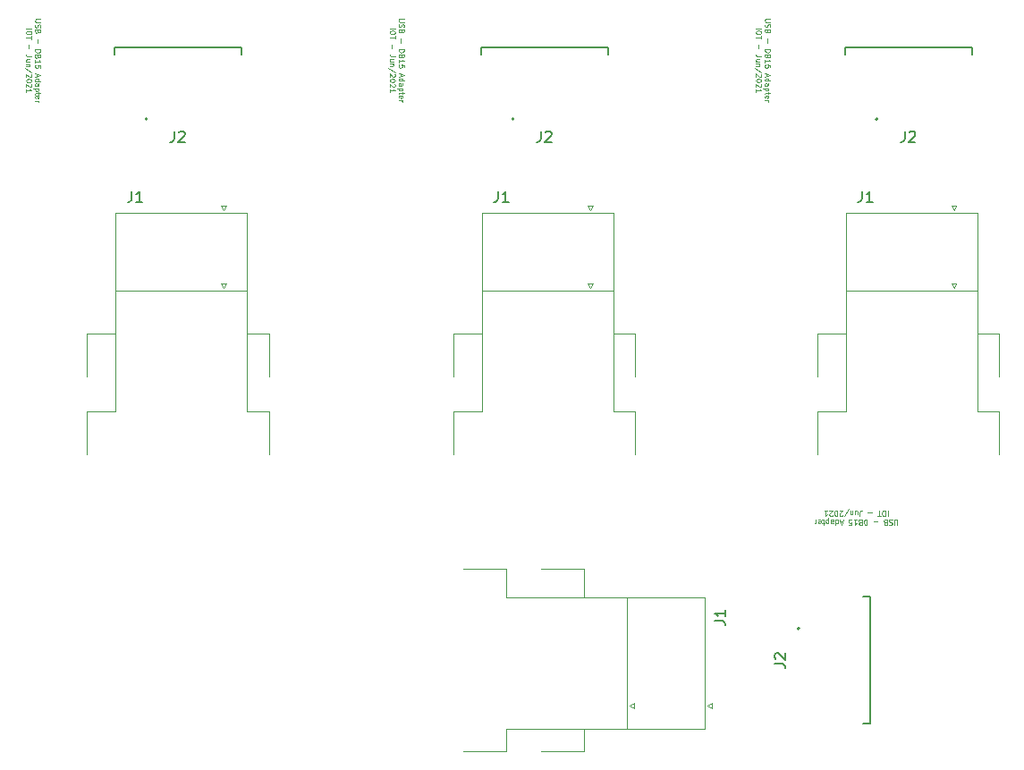
<source format=gbr>
G04 #@! TF.GenerationSoftware,KiCad,Pcbnew,5.1.9-73d0e3b20d~88~ubuntu20.04.1*
G04 #@! TF.CreationDate,2021-06-09T12:04:27-03:00*
G04 #@! TF.ProjectId,adaptador_db15_usb,61646170-7461-4646-9f72-5f646231355f,rev?*
G04 #@! TF.SameCoordinates,Original*
G04 #@! TF.FileFunction,Legend,Top*
G04 #@! TF.FilePolarity,Positive*
%FSLAX46Y46*%
G04 Gerber Fmt 4.6, Leading zero omitted, Abs format (unit mm)*
G04 Created by KiCad (PCBNEW 5.1.9-73d0e3b20d~88~ubuntu20.04.1) date 2021-06-09 12:04:27*
%MOMM*%
%LPD*%
G01*
G04 APERTURE LIST*
%ADD10C,0.100000*%
%ADD11C,0.127000*%
%ADD12C,0.200000*%
%ADD13C,0.120000*%
%ADD14C,0.150000*%
G04 APERTURE END LIST*
D10*
X193812857Y-105258809D02*
X193812857Y-104854047D01*
X193789047Y-104806428D01*
X193765238Y-104782619D01*
X193717619Y-104758809D01*
X193622380Y-104758809D01*
X193574761Y-104782619D01*
X193550952Y-104806428D01*
X193527142Y-104854047D01*
X193527142Y-105258809D01*
X193312857Y-104782619D02*
X193241428Y-104758809D01*
X193122380Y-104758809D01*
X193074761Y-104782619D01*
X193050952Y-104806428D01*
X193027142Y-104854047D01*
X193027142Y-104901666D01*
X193050952Y-104949285D01*
X193074761Y-104973095D01*
X193122380Y-104996904D01*
X193217619Y-105020714D01*
X193265238Y-105044523D01*
X193289047Y-105068333D01*
X193312857Y-105115952D01*
X193312857Y-105163571D01*
X193289047Y-105211190D01*
X193265238Y-105235000D01*
X193217619Y-105258809D01*
X193098571Y-105258809D01*
X193027142Y-105235000D01*
X192646190Y-105020714D02*
X192574761Y-104996904D01*
X192550952Y-104973095D01*
X192527142Y-104925476D01*
X192527142Y-104854047D01*
X192550952Y-104806428D01*
X192574761Y-104782619D01*
X192622380Y-104758809D01*
X192812857Y-104758809D01*
X192812857Y-105258809D01*
X192646190Y-105258809D01*
X192598571Y-105235000D01*
X192574761Y-105211190D01*
X192550952Y-105163571D01*
X192550952Y-105115952D01*
X192574761Y-105068333D01*
X192598571Y-105044523D01*
X192646190Y-105020714D01*
X192812857Y-105020714D01*
X191931904Y-104949285D02*
X191550952Y-104949285D01*
X190931904Y-104758809D02*
X190931904Y-105258809D01*
X190812857Y-105258809D01*
X190741428Y-105235000D01*
X190693809Y-105187380D01*
X190670000Y-105139761D01*
X190646190Y-105044523D01*
X190646190Y-104973095D01*
X190670000Y-104877857D01*
X190693809Y-104830238D01*
X190741428Y-104782619D01*
X190812857Y-104758809D01*
X190931904Y-104758809D01*
X190265238Y-105020714D02*
X190193809Y-104996904D01*
X190170000Y-104973095D01*
X190146190Y-104925476D01*
X190146190Y-104854047D01*
X190170000Y-104806428D01*
X190193809Y-104782619D01*
X190241428Y-104758809D01*
X190431904Y-104758809D01*
X190431904Y-105258809D01*
X190265238Y-105258809D01*
X190217619Y-105235000D01*
X190193809Y-105211190D01*
X190170000Y-105163571D01*
X190170000Y-105115952D01*
X190193809Y-105068333D01*
X190217619Y-105044523D01*
X190265238Y-105020714D01*
X190431904Y-105020714D01*
X189670000Y-104758809D02*
X189955714Y-104758809D01*
X189812857Y-104758809D02*
X189812857Y-105258809D01*
X189860476Y-105187380D01*
X189908095Y-105139761D01*
X189955714Y-105115952D01*
X189217619Y-105258809D02*
X189455714Y-105258809D01*
X189479523Y-105020714D01*
X189455714Y-105044523D01*
X189408095Y-105068333D01*
X189289047Y-105068333D01*
X189241428Y-105044523D01*
X189217619Y-105020714D01*
X189193809Y-104973095D01*
X189193809Y-104854047D01*
X189217619Y-104806428D01*
X189241428Y-104782619D01*
X189289047Y-104758809D01*
X189408095Y-104758809D01*
X189455714Y-104782619D01*
X189479523Y-104806428D01*
X188622380Y-104901666D02*
X188384285Y-104901666D01*
X188670000Y-104758809D02*
X188503333Y-105258809D01*
X188336666Y-104758809D01*
X187955714Y-104758809D02*
X187955714Y-105258809D01*
X187955714Y-104782619D02*
X188003333Y-104758809D01*
X188098571Y-104758809D01*
X188146190Y-104782619D01*
X188170000Y-104806428D01*
X188193809Y-104854047D01*
X188193809Y-104996904D01*
X188170000Y-105044523D01*
X188146190Y-105068333D01*
X188098571Y-105092142D01*
X188003333Y-105092142D01*
X187955714Y-105068333D01*
X187503333Y-104758809D02*
X187503333Y-105020714D01*
X187527142Y-105068333D01*
X187574761Y-105092142D01*
X187670000Y-105092142D01*
X187717619Y-105068333D01*
X187503333Y-104782619D02*
X187550952Y-104758809D01*
X187670000Y-104758809D01*
X187717619Y-104782619D01*
X187741428Y-104830238D01*
X187741428Y-104877857D01*
X187717619Y-104925476D01*
X187670000Y-104949285D01*
X187550952Y-104949285D01*
X187503333Y-104973095D01*
X187265238Y-105092142D02*
X187265238Y-104592142D01*
X187265238Y-105068333D02*
X187217619Y-105092142D01*
X187122380Y-105092142D01*
X187074761Y-105068333D01*
X187050952Y-105044523D01*
X187027142Y-104996904D01*
X187027142Y-104854047D01*
X187050952Y-104806428D01*
X187074761Y-104782619D01*
X187122380Y-104758809D01*
X187217619Y-104758809D01*
X187265238Y-104782619D01*
X186884285Y-105092142D02*
X186693809Y-105092142D01*
X186812857Y-105258809D02*
X186812857Y-104830238D01*
X186789047Y-104782619D01*
X186741428Y-104758809D01*
X186693809Y-104758809D01*
X186336666Y-104782619D02*
X186384285Y-104758809D01*
X186479523Y-104758809D01*
X186527142Y-104782619D01*
X186550952Y-104830238D01*
X186550952Y-105020714D01*
X186527142Y-105068333D01*
X186479523Y-105092142D01*
X186384285Y-105092142D01*
X186336666Y-105068333D01*
X186312857Y-105020714D01*
X186312857Y-104973095D01*
X186550952Y-104925476D01*
X186098571Y-104758809D02*
X186098571Y-105092142D01*
X186098571Y-104996904D02*
X186074761Y-105044523D01*
X186050952Y-105068333D01*
X186003333Y-105092142D01*
X185955714Y-105092142D01*
X192920000Y-103908809D02*
X192920000Y-104408809D01*
X192586666Y-104408809D02*
X192491428Y-104408809D01*
X192443809Y-104385000D01*
X192396190Y-104337380D01*
X192372380Y-104242142D01*
X192372380Y-104075476D01*
X192396190Y-103980238D01*
X192443809Y-103932619D01*
X192491428Y-103908809D01*
X192586666Y-103908809D01*
X192634285Y-103932619D01*
X192681904Y-103980238D01*
X192705714Y-104075476D01*
X192705714Y-104242142D01*
X192681904Y-104337380D01*
X192634285Y-104385000D01*
X192586666Y-104408809D01*
X192229523Y-104408809D02*
X191943809Y-104408809D01*
X192086666Y-103908809D02*
X192086666Y-104408809D01*
X191396190Y-104099285D02*
X191015238Y-104099285D01*
X190253333Y-104408809D02*
X190253333Y-104051666D01*
X190277142Y-103980238D01*
X190324761Y-103932619D01*
X190396190Y-103908809D01*
X190443809Y-103908809D01*
X189800952Y-104242142D02*
X189800952Y-103908809D01*
X190015238Y-104242142D02*
X190015238Y-103980238D01*
X189991428Y-103932619D01*
X189943809Y-103908809D01*
X189872380Y-103908809D01*
X189824761Y-103932619D01*
X189800952Y-103956428D01*
X189562857Y-104242142D02*
X189562857Y-103908809D01*
X189562857Y-104194523D02*
X189539047Y-104218333D01*
X189491428Y-104242142D01*
X189420000Y-104242142D01*
X189372380Y-104218333D01*
X189348571Y-104170714D01*
X189348571Y-103908809D01*
X188753333Y-104432619D02*
X189181904Y-103789761D01*
X188610476Y-104361190D02*
X188586666Y-104385000D01*
X188539047Y-104408809D01*
X188420000Y-104408809D01*
X188372380Y-104385000D01*
X188348571Y-104361190D01*
X188324761Y-104313571D01*
X188324761Y-104265952D01*
X188348571Y-104194523D01*
X188634285Y-103908809D01*
X188324761Y-103908809D01*
X188015238Y-104408809D02*
X187967619Y-104408809D01*
X187920000Y-104385000D01*
X187896190Y-104361190D01*
X187872380Y-104313571D01*
X187848571Y-104218333D01*
X187848571Y-104099285D01*
X187872380Y-104004047D01*
X187896190Y-103956428D01*
X187920000Y-103932619D01*
X187967619Y-103908809D01*
X188015238Y-103908809D01*
X188062857Y-103932619D01*
X188086666Y-103956428D01*
X188110476Y-104004047D01*
X188134285Y-104099285D01*
X188134285Y-104218333D01*
X188110476Y-104313571D01*
X188086666Y-104361190D01*
X188062857Y-104385000D01*
X188015238Y-104408809D01*
X187658095Y-104361190D02*
X187634285Y-104385000D01*
X187586666Y-104408809D01*
X187467619Y-104408809D01*
X187420000Y-104385000D01*
X187396190Y-104361190D01*
X187372380Y-104313571D01*
X187372380Y-104265952D01*
X187396190Y-104194523D01*
X187681904Y-103908809D01*
X187372380Y-103908809D01*
X186896190Y-103908809D02*
X187181904Y-103908809D01*
X187039047Y-103908809D02*
X187039047Y-104408809D01*
X187086666Y-104337380D01*
X187134285Y-104289761D01*
X187181904Y-104265952D01*
X181768809Y-57367142D02*
X181364047Y-57367142D01*
X181316428Y-57390952D01*
X181292619Y-57414761D01*
X181268809Y-57462380D01*
X181268809Y-57557619D01*
X181292619Y-57605238D01*
X181316428Y-57629047D01*
X181364047Y-57652857D01*
X181768809Y-57652857D01*
X181292619Y-57867142D02*
X181268809Y-57938571D01*
X181268809Y-58057619D01*
X181292619Y-58105238D01*
X181316428Y-58129047D01*
X181364047Y-58152857D01*
X181411666Y-58152857D01*
X181459285Y-58129047D01*
X181483095Y-58105238D01*
X181506904Y-58057619D01*
X181530714Y-57962380D01*
X181554523Y-57914761D01*
X181578333Y-57890952D01*
X181625952Y-57867142D01*
X181673571Y-57867142D01*
X181721190Y-57890952D01*
X181745000Y-57914761D01*
X181768809Y-57962380D01*
X181768809Y-58081428D01*
X181745000Y-58152857D01*
X181530714Y-58533809D02*
X181506904Y-58605238D01*
X181483095Y-58629047D01*
X181435476Y-58652857D01*
X181364047Y-58652857D01*
X181316428Y-58629047D01*
X181292619Y-58605238D01*
X181268809Y-58557619D01*
X181268809Y-58367142D01*
X181768809Y-58367142D01*
X181768809Y-58533809D01*
X181745000Y-58581428D01*
X181721190Y-58605238D01*
X181673571Y-58629047D01*
X181625952Y-58629047D01*
X181578333Y-58605238D01*
X181554523Y-58581428D01*
X181530714Y-58533809D01*
X181530714Y-58367142D01*
X181459285Y-59248095D02*
X181459285Y-59629047D01*
X181268809Y-60248095D02*
X181768809Y-60248095D01*
X181768809Y-60367142D01*
X181745000Y-60438571D01*
X181697380Y-60486190D01*
X181649761Y-60510000D01*
X181554523Y-60533809D01*
X181483095Y-60533809D01*
X181387857Y-60510000D01*
X181340238Y-60486190D01*
X181292619Y-60438571D01*
X181268809Y-60367142D01*
X181268809Y-60248095D01*
X181530714Y-60914761D02*
X181506904Y-60986190D01*
X181483095Y-61010000D01*
X181435476Y-61033809D01*
X181364047Y-61033809D01*
X181316428Y-61010000D01*
X181292619Y-60986190D01*
X181268809Y-60938571D01*
X181268809Y-60748095D01*
X181768809Y-60748095D01*
X181768809Y-60914761D01*
X181745000Y-60962380D01*
X181721190Y-60986190D01*
X181673571Y-61010000D01*
X181625952Y-61010000D01*
X181578333Y-60986190D01*
X181554523Y-60962380D01*
X181530714Y-60914761D01*
X181530714Y-60748095D01*
X181268809Y-61510000D02*
X181268809Y-61224285D01*
X181268809Y-61367142D02*
X181768809Y-61367142D01*
X181697380Y-61319523D01*
X181649761Y-61271904D01*
X181625952Y-61224285D01*
X181768809Y-61962380D02*
X181768809Y-61724285D01*
X181530714Y-61700476D01*
X181554523Y-61724285D01*
X181578333Y-61771904D01*
X181578333Y-61890952D01*
X181554523Y-61938571D01*
X181530714Y-61962380D01*
X181483095Y-61986190D01*
X181364047Y-61986190D01*
X181316428Y-61962380D01*
X181292619Y-61938571D01*
X181268809Y-61890952D01*
X181268809Y-61771904D01*
X181292619Y-61724285D01*
X181316428Y-61700476D01*
X181411666Y-62557619D02*
X181411666Y-62795714D01*
X181268809Y-62509999D02*
X181768809Y-62676666D01*
X181268809Y-62843333D01*
X181268809Y-63224285D02*
X181768809Y-63224285D01*
X181292619Y-63224285D02*
X181268809Y-63176666D01*
X181268809Y-63081428D01*
X181292619Y-63033809D01*
X181316428Y-63009999D01*
X181364047Y-62986190D01*
X181506904Y-62986190D01*
X181554523Y-63009999D01*
X181578333Y-63033809D01*
X181602142Y-63081428D01*
X181602142Y-63176666D01*
X181578333Y-63224285D01*
X181268809Y-63676666D02*
X181530714Y-63676666D01*
X181578333Y-63652857D01*
X181602142Y-63605238D01*
X181602142Y-63509999D01*
X181578333Y-63462380D01*
X181292619Y-63676666D02*
X181268809Y-63629047D01*
X181268809Y-63509999D01*
X181292619Y-63462380D01*
X181340238Y-63438571D01*
X181387857Y-63438571D01*
X181435476Y-63462380D01*
X181459285Y-63509999D01*
X181459285Y-63629047D01*
X181483095Y-63676666D01*
X181602142Y-63914761D02*
X181102142Y-63914761D01*
X181578333Y-63914761D02*
X181602142Y-63962380D01*
X181602142Y-64057619D01*
X181578333Y-64105238D01*
X181554523Y-64129047D01*
X181506904Y-64152857D01*
X181364047Y-64152857D01*
X181316428Y-64129047D01*
X181292619Y-64105238D01*
X181268809Y-64057619D01*
X181268809Y-63962380D01*
X181292619Y-63914761D01*
X181602142Y-64295714D02*
X181602142Y-64486190D01*
X181768809Y-64367142D02*
X181340238Y-64367142D01*
X181292619Y-64390952D01*
X181268809Y-64438571D01*
X181268809Y-64486190D01*
X181292619Y-64843333D02*
X181268809Y-64795714D01*
X181268809Y-64700476D01*
X181292619Y-64652857D01*
X181340238Y-64629047D01*
X181530714Y-64629047D01*
X181578333Y-64652857D01*
X181602142Y-64700476D01*
X181602142Y-64795714D01*
X181578333Y-64843333D01*
X181530714Y-64867142D01*
X181483095Y-64867142D01*
X181435476Y-64629047D01*
X181268809Y-65081428D02*
X181602142Y-65081428D01*
X181506904Y-65081428D02*
X181554523Y-65105238D01*
X181578333Y-65129047D01*
X181602142Y-65176666D01*
X181602142Y-65224285D01*
X180418809Y-58260000D02*
X180918809Y-58260000D01*
X180918809Y-58593333D02*
X180918809Y-58688571D01*
X180895000Y-58736190D01*
X180847380Y-58783809D01*
X180752142Y-58807619D01*
X180585476Y-58807619D01*
X180490238Y-58783809D01*
X180442619Y-58736190D01*
X180418809Y-58688571D01*
X180418809Y-58593333D01*
X180442619Y-58545714D01*
X180490238Y-58498095D01*
X180585476Y-58474285D01*
X180752142Y-58474285D01*
X180847380Y-58498095D01*
X180895000Y-58545714D01*
X180918809Y-58593333D01*
X180918809Y-58950476D02*
X180918809Y-59236190D01*
X180418809Y-59093333D02*
X180918809Y-59093333D01*
X180609285Y-59783809D02*
X180609285Y-60164761D01*
X180918809Y-60926666D02*
X180561666Y-60926666D01*
X180490238Y-60902857D01*
X180442619Y-60855238D01*
X180418809Y-60783809D01*
X180418809Y-60736190D01*
X180752142Y-61379047D02*
X180418809Y-61379047D01*
X180752142Y-61164761D02*
X180490238Y-61164761D01*
X180442619Y-61188571D01*
X180418809Y-61236190D01*
X180418809Y-61307619D01*
X180442619Y-61355238D01*
X180466428Y-61379047D01*
X180752142Y-61617142D02*
X180418809Y-61617142D01*
X180704523Y-61617142D02*
X180728333Y-61640952D01*
X180752142Y-61688571D01*
X180752142Y-61760000D01*
X180728333Y-61807619D01*
X180680714Y-61831428D01*
X180418809Y-61831428D01*
X180942619Y-62426666D02*
X180299761Y-61998095D01*
X180871190Y-62569523D02*
X180895000Y-62593333D01*
X180918809Y-62640952D01*
X180918809Y-62760000D01*
X180895000Y-62807619D01*
X180871190Y-62831428D01*
X180823571Y-62855238D01*
X180775952Y-62855238D01*
X180704523Y-62831428D01*
X180418809Y-62545714D01*
X180418809Y-62855238D01*
X180918809Y-63164761D02*
X180918809Y-63212380D01*
X180895000Y-63260000D01*
X180871190Y-63283809D01*
X180823571Y-63307619D01*
X180728333Y-63331428D01*
X180609285Y-63331428D01*
X180514047Y-63307619D01*
X180466428Y-63283809D01*
X180442619Y-63260000D01*
X180418809Y-63212380D01*
X180418809Y-63164761D01*
X180442619Y-63117142D01*
X180466428Y-63093333D01*
X180514047Y-63069523D01*
X180609285Y-63045714D01*
X180728333Y-63045714D01*
X180823571Y-63069523D01*
X180871190Y-63093333D01*
X180895000Y-63117142D01*
X180918809Y-63164761D01*
X180871190Y-63521904D02*
X180895000Y-63545714D01*
X180918809Y-63593333D01*
X180918809Y-63712380D01*
X180895000Y-63760000D01*
X180871190Y-63783809D01*
X180823571Y-63807619D01*
X180775952Y-63807619D01*
X180704523Y-63783809D01*
X180418809Y-63498095D01*
X180418809Y-63807619D01*
X180418809Y-64283809D02*
X180418809Y-63998095D01*
X180418809Y-64140952D02*
X180918809Y-64140952D01*
X180847380Y-64093333D01*
X180799761Y-64045714D01*
X180775952Y-63998095D01*
X147098809Y-57367142D02*
X146694047Y-57367142D01*
X146646428Y-57390952D01*
X146622619Y-57414761D01*
X146598809Y-57462380D01*
X146598809Y-57557619D01*
X146622619Y-57605238D01*
X146646428Y-57629047D01*
X146694047Y-57652857D01*
X147098809Y-57652857D01*
X146622619Y-57867142D02*
X146598809Y-57938571D01*
X146598809Y-58057619D01*
X146622619Y-58105238D01*
X146646428Y-58129047D01*
X146694047Y-58152857D01*
X146741666Y-58152857D01*
X146789285Y-58129047D01*
X146813095Y-58105238D01*
X146836904Y-58057619D01*
X146860714Y-57962380D01*
X146884523Y-57914761D01*
X146908333Y-57890952D01*
X146955952Y-57867142D01*
X147003571Y-57867142D01*
X147051190Y-57890952D01*
X147075000Y-57914761D01*
X147098809Y-57962380D01*
X147098809Y-58081428D01*
X147075000Y-58152857D01*
X146860714Y-58533809D02*
X146836904Y-58605238D01*
X146813095Y-58629047D01*
X146765476Y-58652857D01*
X146694047Y-58652857D01*
X146646428Y-58629047D01*
X146622619Y-58605238D01*
X146598809Y-58557619D01*
X146598809Y-58367142D01*
X147098809Y-58367142D01*
X147098809Y-58533809D01*
X147075000Y-58581428D01*
X147051190Y-58605238D01*
X147003571Y-58629047D01*
X146955952Y-58629047D01*
X146908333Y-58605238D01*
X146884523Y-58581428D01*
X146860714Y-58533809D01*
X146860714Y-58367142D01*
X146789285Y-59248095D02*
X146789285Y-59629047D01*
X146598809Y-60248095D02*
X147098809Y-60248095D01*
X147098809Y-60367142D01*
X147075000Y-60438571D01*
X147027380Y-60486190D01*
X146979761Y-60510000D01*
X146884523Y-60533809D01*
X146813095Y-60533809D01*
X146717857Y-60510000D01*
X146670238Y-60486190D01*
X146622619Y-60438571D01*
X146598809Y-60367142D01*
X146598809Y-60248095D01*
X146860714Y-60914761D02*
X146836904Y-60986190D01*
X146813095Y-61010000D01*
X146765476Y-61033809D01*
X146694047Y-61033809D01*
X146646428Y-61010000D01*
X146622619Y-60986190D01*
X146598809Y-60938571D01*
X146598809Y-60748095D01*
X147098809Y-60748095D01*
X147098809Y-60914761D01*
X147075000Y-60962380D01*
X147051190Y-60986190D01*
X147003571Y-61010000D01*
X146955952Y-61010000D01*
X146908333Y-60986190D01*
X146884523Y-60962380D01*
X146860714Y-60914761D01*
X146860714Y-60748095D01*
X146598809Y-61510000D02*
X146598809Y-61224285D01*
X146598809Y-61367142D02*
X147098809Y-61367142D01*
X147027380Y-61319523D01*
X146979761Y-61271904D01*
X146955952Y-61224285D01*
X147098809Y-61962380D02*
X147098809Y-61724285D01*
X146860714Y-61700476D01*
X146884523Y-61724285D01*
X146908333Y-61771904D01*
X146908333Y-61890952D01*
X146884523Y-61938571D01*
X146860714Y-61962380D01*
X146813095Y-61986190D01*
X146694047Y-61986190D01*
X146646428Y-61962380D01*
X146622619Y-61938571D01*
X146598809Y-61890952D01*
X146598809Y-61771904D01*
X146622619Y-61724285D01*
X146646428Y-61700476D01*
X146741666Y-62557619D02*
X146741666Y-62795714D01*
X146598809Y-62509999D02*
X147098809Y-62676666D01*
X146598809Y-62843333D01*
X146598809Y-63224285D02*
X147098809Y-63224285D01*
X146622619Y-63224285D02*
X146598809Y-63176666D01*
X146598809Y-63081428D01*
X146622619Y-63033809D01*
X146646428Y-63009999D01*
X146694047Y-62986190D01*
X146836904Y-62986190D01*
X146884523Y-63009999D01*
X146908333Y-63033809D01*
X146932142Y-63081428D01*
X146932142Y-63176666D01*
X146908333Y-63224285D01*
X146598809Y-63676666D02*
X146860714Y-63676666D01*
X146908333Y-63652857D01*
X146932142Y-63605238D01*
X146932142Y-63509999D01*
X146908333Y-63462380D01*
X146622619Y-63676666D02*
X146598809Y-63629047D01*
X146598809Y-63509999D01*
X146622619Y-63462380D01*
X146670238Y-63438571D01*
X146717857Y-63438571D01*
X146765476Y-63462380D01*
X146789285Y-63509999D01*
X146789285Y-63629047D01*
X146813095Y-63676666D01*
X146932142Y-63914761D02*
X146432142Y-63914761D01*
X146908333Y-63914761D02*
X146932142Y-63962380D01*
X146932142Y-64057619D01*
X146908333Y-64105238D01*
X146884523Y-64129047D01*
X146836904Y-64152857D01*
X146694047Y-64152857D01*
X146646428Y-64129047D01*
X146622619Y-64105238D01*
X146598809Y-64057619D01*
X146598809Y-63962380D01*
X146622619Y-63914761D01*
X146932142Y-64295714D02*
X146932142Y-64486190D01*
X147098809Y-64367142D02*
X146670238Y-64367142D01*
X146622619Y-64390952D01*
X146598809Y-64438571D01*
X146598809Y-64486190D01*
X146622619Y-64843333D02*
X146598809Y-64795714D01*
X146598809Y-64700476D01*
X146622619Y-64652857D01*
X146670238Y-64629047D01*
X146860714Y-64629047D01*
X146908333Y-64652857D01*
X146932142Y-64700476D01*
X146932142Y-64795714D01*
X146908333Y-64843333D01*
X146860714Y-64867142D01*
X146813095Y-64867142D01*
X146765476Y-64629047D01*
X146598809Y-65081428D02*
X146932142Y-65081428D01*
X146836904Y-65081428D02*
X146884523Y-65105238D01*
X146908333Y-65129047D01*
X146932142Y-65176666D01*
X146932142Y-65224285D01*
X145748809Y-58260000D02*
X146248809Y-58260000D01*
X146248809Y-58593333D02*
X146248809Y-58688571D01*
X146225000Y-58736190D01*
X146177380Y-58783809D01*
X146082142Y-58807619D01*
X145915476Y-58807619D01*
X145820238Y-58783809D01*
X145772619Y-58736190D01*
X145748809Y-58688571D01*
X145748809Y-58593333D01*
X145772619Y-58545714D01*
X145820238Y-58498095D01*
X145915476Y-58474285D01*
X146082142Y-58474285D01*
X146177380Y-58498095D01*
X146225000Y-58545714D01*
X146248809Y-58593333D01*
X146248809Y-58950476D02*
X146248809Y-59236190D01*
X145748809Y-59093333D02*
X146248809Y-59093333D01*
X145939285Y-59783809D02*
X145939285Y-60164761D01*
X146248809Y-60926666D02*
X145891666Y-60926666D01*
X145820238Y-60902857D01*
X145772619Y-60855238D01*
X145748809Y-60783809D01*
X145748809Y-60736190D01*
X146082142Y-61379047D02*
X145748809Y-61379047D01*
X146082142Y-61164761D02*
X145820238Y-61164761D01*
X145772619Y-61188571D01*
X145748809Y-61236190D01*
X145748809Y-61307619D01*
X145772619Y-61355238D01*
X145796428Y-61379047D01*
X146082142Y-61617142D02*
X145748809Y-61617142D01*
X146034523Y-61617142D02*
X146058333Y-61640952D01*
X146082142Y-61688571D01*
X146082142Y-61760000D01*
X146058333Y-61807619D01*
X146010714Y-61831428D01*
X145748809Y-61831428D01*
X146272619Y-62426666D02*
X145629761Y-61998095D01*
X146201190Y-62569523D02*
X146225000Y-62593333D01*
X146248809Y-62640952D01*
X146248809Y-62760000D01*
X146225000Y-62807619D01*
X146201190Y-62831428D01*
X146153571Y-62855238D01*
X146105952Y-62855238D01*
X146034523Y-62831428D01*
X145748809Y-62545714D01*
X145748809Y-62855238D01*
X146248809Y-63164761D02*
X146248809Y-63212380D01*
X146225000Y-63260000D01*
X146201190Y-63283809D01*
X146153571Y-63307619D01*
X146058333Y-63331428D01*
X145939285Y-63331428D01*
X145844047Y-63307619D01*
X145796428Y-63283809D01*
X145772619Y-63260000D01*
X145748809Y-63212380D01*
X145748809Y-63164761D01*
X145772619Y-63117142D01*
X145796428Y-63093333D01*
X145844047Y-63069523D01*
X145939285Y-63045714D01*
X146058333Y-63045714D01*
X146153571Y-63069523D01*
X146201190Y-63093333D01*
X146225000Y-63117142D01*
X146248809Y-63164761D01*
X146201190Y-63521904D02*
X146225000Y-63545714D01*
X146248809Y-63593333D01*
X146248809Y-63712380D01*
X146225000Y-63760000D01*
X146201190Y-63783809D01*
X146153571Y-63807619D01*
X146105952Y-63807619D01*
X146034523Y-63783809D01*
X145748809Y-63498095D01*
X145748809Y-63807619D01*
X145748809Y-64283809D02*
X145748809Y-63998095D01*
X145748809Y-64140952D02*
X146248809Y-64140952D01*
X146177380Y-64093333D01*
X146129761Y-64045714D01*
X146105952Y-63998095D01*
X112678809Y-57387142D02*
X112274047Y-57387142D01*
X112226428Y-57410952D01*
X112202619Y-57434761D01*
X112178809Y-57482380D01*
X112178809Y-57577619D01*
X112202619Y-57625238D01*
X112226428Y-57649047D01*
X112274047Y-57672857D01*
X112678809Y-57672857D01*
X112202619Y-57887142D02*
X112178809Y-57958571D01*
X112178809Y-58077619D01*
X112202619Y-58125238D01*
X112226428Y-58149047D01*
X112274047Y-58172857D01*
X112321666Y-58172857D01*
X112369285Y-58149047D01*
X112393095Y-58125238D01*
X112416904Y-58077619D01*
X112440714Y-57982380D01*
X112464523Y-57934761D01*
X112488333Y-57910952D01*
X112535952Y-57887142D01*
X112583571Y-57887142D01*
X112631190Y-57910952D01*
X112655000Y-57934761D01*
X112678809Y-57982380D01*
X112678809Y-58101428D01*
X112655000Y-58172857D01*
X112440714Y-58553809D02*
X112416904Y-58625238D01*
X112393095Y-58649047D01*
X112345476Y-58672857D01*
X112274047Y-58672857D01*
X112226428Y-58649047D01*
X112202619Y-58625238D01*
X112178809Y-58577619D01*
X112178809Y-58387142D01*
X112678809Y-58387142D01*
X112678809Y-58553809D01*
X112655000Y-58601428D01*
X112631190Y-58625238D01*
X112583571Y-58649047D01*
X112535952Y-58649047D01*
X112488333Y-58625238D01*
X112464523Y-58601428D01*
X112440714Y-58553809D01*
X112440714Y-58387142D01*
X112369285Y-59268095D02*
X112369285Y-59649047D01*
X112178809Y-60268095D02*
X112678809Y-60268095D01*
X112678809Y-60387142D01*
X112655000Y-60458571D01*
X112607380Y-60506190D01*
X112559761Y-60530000D01*
X112464523Y-60553809D01*
X112393095Y-60553809D01*
X112297857Y-60530000D01*
X112250238Y-60506190D01*
X112202619Y-60458571D01*
X112178809Y-60387142D01*
X112178809Y-60268095D01*
X112440714Y-60934761D02*
X112416904Y-61006190D01*
X112393095Y-61030000D01*
X112345476Y-61053809D01*
X112274047Y-61053809D01*
X112226428Y-61030000D01*
X112202619Y-61006190D01*
X112178809Y-60958571D01*
X112178809Y-60768095D01*
X112678809Y-60768095D01*
X112678809Y-60934761D01*
X112655000Y-60982380D01*
X112631190Y-61006190D01*
X112583571Y-61030000D01*
X112535952Y-61030000D01*
X112488333Y-61006190D01*
X112464523Y-60982380D01*
X112440714Y-60934761D01*
X112440714Y-60768095D01*
X112178809Y-61530000D02*
X112178809Y-61244285D01*
X112178809Y-61387142D02*
X112678809Y-61387142D01*
X112607380Y-61339523D01*
X112559761Y-61291904D01*
X112535952Y-61244285D01*
X112678809Y-61982380D02*
X112678809Y-61744285D01*
X112440714Y-61720476D01*
X112464523Y-61744285D01*
X112488333Y-61791904D01*
X112488333Y-61910952D01*
X112464523Y-61958571D01*
X112440714Y-61982380D01*
X112393095Y-62006190D01*
X112274047Y-62006190D01*
X112226428Y-61982380D01*
X112202619Y-61958571D01*
X112178809Y-61910952D01*
X112178809Y-61791904D01*
X112202619Y-61744285D01*
X112226428Y-61720476D01*
X112321666Y-62577619D02*
X112321666Y-62815714D01*
X112178809Y-62530000D02*
X112678809Y-62696666D01*
X112178809Y-62863333D01*
X112178809Y-63244285D02*
X112678809Y-63244285D01*
X112202619Y-63244285D02*
X112178809Y-63196666D01*
X112178809Y-63101428D01*
X112202619Y-63053809D01*
X112226428Y-63030000D01*
X112274047Y-63006190D01*
X112416904Y-63006190D01*
X112464523Y-63030000D01*
X112488333Y-63053809D01*
X112512142Y-63101428D01*
X112512142Y-63196666D01*
X112488333Y-63244285D01*
X112178809Y-63696666D02*
X112440714Y-63696666D01*
X112488333Y-63672857D01*
X112512142Y-63625238D01*
X112512142Y-63530000D01*
X112488333Y-63482380D01*
X112202619Y-63696666D02*
X112178809Y-63649047D01*
X112178809Y-63530000D01*
X112202619Y-63482380D01*
X112250238Y-63458571D01*
X112297857Y-63458571D01*
X112345476Y-63482380D01*
X112369285Y-63530000D01*
X112369285Y-63649047D01*
X112393095Y-63696666D01*
X112512142Y-63934761D02*
X112012142Y-63934761D01*
X112488333Y-63934761D02*
X112512142Y-63982380D01*
X112512142Y-64077619D01*
X112488333Y-64125238D01*
X112464523Y-64149047D01*
X112416904Y-64172857D01*
X112274047Y-64172857D01*
X112226428Y-64149047D01*
X112202619Y-64125238D01*
X112178809Y-64077619D01*
X112178809Y-63982380D01*
X112202619Y-63934761D01*
X112512142Y-64315714D02*
X112512142Y-64506190D01*
X112678809Y-64387142D02*
X112250238Y-64387142D01*
X112202619Y-64410952D01*
X112178809Y-64458571D01*
X112178809Y-64506190D01*
X112202619Y-64863333D02*
X112178809Y-64815714D01*
X112178809Y-64720476D01*
X112202619Y-64672857D01*
X112250238Y-64649047D01*
X112440714Y-64649047D01*
X112488333Y-64672857D01*
X112512142Y-64720476D01*
X112512142Y-64815714D01*
X112488333Y-64863333D01*
X112440714Y-64887142D01*
X112393095Y-64887142D01*
X112345476Y-64649047D01*
X112178809Y-65101428D02*
X112512142Y-65101428D01*
X112416904Y-65101428D02*
X112464523Y-65125238D01*
X112488333Y-65149047D01*
X112512142Y-65196666D01*
X112512142Y-65244285D01*
X111328809Y-58280000D02*
X111828809Y-58280000D01*
X111828809Y-58613333D02*
X111828809Y-58708571D01*
X111805000Y-58756190D01*
X111757380Y-58803809D01*
X111662142Y-58827619D01*
X111495476Y-58827619D01*
X111400238Y-58803809D01*
X111352619Y-58756190D01*
X111328809Y-58708571D01*
X111328809Y-58613333D01*
X111352619Y-58565714D01*
X111400238Y-58518095D01*
X111495476Y-58494285D01*
X111662142Y-58494285D01*
X111757380Y-58518095D01*
X111805000Y-58565714D01*
X111828809Y-58613333D01*
X111828809Y-58970476D02*
X111828809Y-59256190D01*
X111328809Y-59113333D02*
X111828809Y-59113333D01*
X111519285Y-59803809D02*
X111519285Y-60184761D01*
X111828809Y-60946666D02*
X111471666Y-60946666D01*
X111400238Y-60922857D01*
X111352619Y-60875238D01*
X111328809Y-60803809D01*
X111328809Y-60756190D01*
X111662142Y-61399047D02*
X111328809Y-61399047D01*
X111662142Y-61184761D02*
X111400238Y-61184761D01*
X111352619Y-61208571D01*
X111328809Y-61256190D01*
X111328809Y-61327619D01*
X111352619Y-61375238D01*
X111376428Y-61399047D01*
X111662142Y-61637142D02*
X111328809Y-61637142D01*
X111614523Y-61637142D02*
X111638333Y-61660952D01*
X111662142Y-61708571D01*
X111662142Y-61780000D01*
X111638333Y-61827619D01*
X111590714Y-61851428D01*
X111328809Y-61851428D01*
X111852619Y-62446666D02*
X111209761Y-62018095D01*
X111781190Y-62589523D02*
X111805000Y-62613333D01*
X111828809Y-62660952D01*
X111828809Y-62780000D01*
X111805000Y-62827619D01*
X111781190Y-62851428D01*
X111733571Y-62875238D01*
X111685952Y-62875238D01*
X111614523Y-62851428D01*
X111328809Y-62565714D01*
X111328809Y-62875238D01*
X111828809Y-63184761D02*
X111828809Y-63232380D01*
X111805000Y-63280000D01*
X111781190Y-63303809D01*
X111733571Y-63327619D01*
X111638333Y-63351428D01*
X111519285Y-63351428D01*
X111424047Y-63327619D01*
X111376428Y-63303809D01*
X111352619Y-63280000D01*
X111328809Y-63232380D01*
X111328809Y-63184761D01*
X111352619Y-63137142D01*
X111376428Y-63113333D01*
X111424047Y-63089523D01*
X111519285Y-63065714D01*
X111638333Y-63065714D01*
X111733571Y-63089523D01*
X111781190Y-63113333D01*
X111805000Y-63137142D01*
X111828809Y-63184761D01*
X111781190Y-63541904D02*
X111805000Y-63565714D01*
X111828809Y-63613333D01*
X111828809Y-63732380D01*
X111805000Y-63780000D01*
X111781190Y-63803809D01*
X111733571Y-63827619D01*
X111685952Y-63827619D01*
X111614523Y-63803809D01*
X111328809Y-63518095D01*
X111328809Y-63827619D01*
X111328809Y-64303809D02*
X111328809Y-64018095D01*
X111328809Y-64160952D02*
X111828809Y-64160952D01*
X111757380Y-64113333D01*
X111709761Y-64065714D01*
X111685952Y-64018095D01*
D11*
X166395000Y-60745000D02*
X166395000Y-60045000D01*
X166395000Y-60045000D02*
X154395000Y-60045000D01*
X154395000Y-60045000D02*
X154395000Y-60745000D01*
D12*
X157495000Y-66845000D02*
G75*
G03*
X157495000Y-66845000I-100000J0D01*
G01*
D13*
X151775000Y-98580000D02*
X151775000Y-94480000D01*
X151775000Y-94480000D02*
X154480000Y-94480000D01*
X154480000Y-94480000D02*
X154480000Y-83100000D01*
X154480000Y-83100000D02*
X166905000Y-83100000D01*
X166905000Y-83100000D02*
X166905000Y-94480000D01*
X166905000Y-94480000D02*
X168995000Y-94480000D01*
X168995000Y-94480000D02*
X168995000Y-98580000D01*
X164450000Y-82405662D02*
X164950000Y-82405662D01*
X164950000Y-82405662D02*
X164700000Y-82838675D01*
X164700000Y-82838675D02*
X164450000Y-82405662D01*
X164450000Y-75045662D02*
X164950000Y-75045662D01*
X168995000Y-87120000D02*
X168995000Y-91220000D01*
X154480000Y-75740000D02*
X166905000Y-75740000D01*
X151775000Y-91220000D02*
X151775000Y-87120000D01*
X166905000Y-87120000D02*
X168995000Y-87120000D01*
X151775000Y-87120000D02*
X154480000Y-87120000D01*
X166905000Y-75740000D02*
X166905000Y-87120000D01*
X164950000Y-75045662D02*
X164700000Y-75478675D01*
X154480000Y-87120000D02*
X154480000Y-75740000D01*
X164700000Y-75478675D02*
X164450000Y-75045662D01*
D12*
X184545000Y-115075000D02*
G75*
G03*
X184545000Y-115075000I-100000J0D01*
G01*
D11*
X191245000Y-112075000D02*
X190545000Y-112075000D01*
X191245000Y-124075000D02*
X191245000Y-112075000D01*
X190545000Y-124075000D02*
X191245000Y-124075000D01*
D13*
X175811325Y-122380000D02*
X176244338Y-122130000D01*
X164170000Y-112160000D02*
X175550000Y-112160000D01*
X176244338Y-122630000D02*
X175811325Y-122380000D01*
X175550000Y-124585000D02*
X164170000Y-124585000D01*
X164170000Y-109455000D02*
X164170000Y-112160000D01*
X164170000Y-124585000D02*
X164170000Y-126675000D01*
X160070000Y-109455000D02*
X164170000Y-109455000D01*
X175550000Y-112160000D02*
X175550000Y-124585000D01*
X164170000Y-126675000D02*
X160070000Y-126675000D01*
X176244338Y-122130000D02*
X176244338Y-122630000D01*
X168451325Y-122380000D02*
X168884338Y-122130000D01*
X168884338Y-122630000D02*
X168451325Y-122380000D01*
X168884338Y-122130000D02*
X168884338Y-122630000D01*
X156810000Y-126675000D02*
X152710000Y-126675000D01*
X156810000Y-124585000D02*
X156810000Y-126675000D01*
X168190000Y-124585000D02*
X156810000Y-124585000D01*
X168190000Y-112160000D02*
X168190000Y-124585000D01*
X156810000Y-112160000D02*
X168190000Y-112160000D01*
X156810000Y-109455000D02*
X156810000Y-112160000D01*
X152710000Y-109455000D02*
X156810000Y-109455000D01*
D11*
X200845000Y-60745000D02*
X200845000Y-60045000D01*
X200845000Y-60045000D02*
X188845000Y-60045000D01*
X188845000Y-60045000D02*
X188845000Y-60745000D01*
D12*
X191945000Y-66845000D02*
G75*
G03*
X191945000Y-66845000I-100000J0D01*
G01*
D13*
X186225000Y-98580000D02*
X186225000Y-94480000D01*
X186225000Y-94480000D02*
X188930000Y-94480000D01*
X188930000Y-94480000D02*
X188930000Y-83100000D01*
X188930000Y-83100000D02*
X201355000Y-83100000D01*
X201355000Y-83100000D02*
X201355000Y-94480000D01*
X201355000Y-94480000D02*
X203445000Y-94480000D01*
X203445000Y-94480000D02*
X203445000Y-98580000D01*
X198900000Y-82405662D02*
X199400000Y-82405662D01*
X199400000Y-82405662D02*
X199150000Y-82838675D01*
X199150000Y-82838675D02*
X198900000Y-82405662D01*
X198900000Y-75045662D02*
X199400000Y-75045662D01*
X203445000Y-87120000D02*
X203445000Y-91220000D01*
X188930000Y-75740000D02*
X201355000Y-75740000D01*
X186225000Y-91220000D02*
X186225000Y-87120000D01*
X201355000Y-87120000D02*
X203445000Y-87120000D01*
X186225000Y-87120000D02*
X188930000Y-87120000D01*
X201355000Y-75740000D02*
X201355000Y-87120000D01*
X199400000Y-75045662D02*
X199150000Y-75478675D01*
X188930000Y-87120000D02*
X188930000Y-75740000D01*
X199150000Y-75478675D02*
X198900000Y-75045662D01*
D12*
X122795000Y-66845000D02*
G75*
G03*
X122795000Y-66845000I-100000J0D01*
G01*
D11*
X119695000Y-60045000D02*
X119695000Y-60745000D01*
X131695000Y-60045000D02*
X119695000Y-60045000D01*
X131695000Y-60745000D02*
X131695000Y-60045000D01*
D13*
X130000000Y-75478675D02*
X129750000Y-75045662D01*
X119780000Y-87120000D02*
X119780000Y-75740000D01*
X130250000Y-75045662D02*
X130000000Y-75478675D01*
X132205000Y-75740000D02*
X132205000Y-87120000D01*
X117075000Y-87120000D02*
X119780000Y-87120000D01*
X132205000Y-87120000D02*
X134295000Y-87120000D01*
X117075000Y-91220000D02*
X117075000Y-87120000D01*
X119780000Y-75740000D02*
X132205000Y-75740000D01*
X134295000Y-87120000D02*
X134295000Y-91220000D01*
X129750000Y-75045662D02*
X130250000Y-75045662D01*
X130000000Y-82838675D02*
X129750000Y-82405662D01*
X130250000Y-82405662D02*
X130000000Y-82838675D01*
X129750000Y-82405662D02*
X130250000Y-82405662D01*
X134295000Y-94480000D02*
X134295000Y-98580000D01*
X132205000Y-94480000D02*
X134295000Y-94480000D01*
X132205000Y-83100000D02*
X132205000Y-94480000D01*
X119780000Y-83100000D02*
X132205000Y-83100000D01*
X119780000Y-94480000D02*
X119780000Y-83100000D01*
X117075000Y-94480000D02*
X119780000Y-94480000D01*
X117075000Y-98580000D02*
X117075000Y-94480000D01*
D14*
X160056666Y-68002380D02*
X160056666Y-68716666D01*
X160009047Y-68859523D01*
X159913809Y-68954761D01*
X159770952Y-69002380D01*
X159675714Y-69002380D01*
X160485238Y-68097619D02*
X160532857Y-68050000D01*
X160628095Y-68002380D01*
X160866190Y-68002380D01*
X160961428Y-68050000D01*
X161009047Y-68097619D01*
X161056666Y-68192857D01*
X161056666Y-68288095D01*
X161009047Y-68430952D01*
X160437619Y-69002380D01*
X161056666Y-69002380D01*
X156006666Y-73682380D02*
X156006666Y-74396666D01*
X155959047Y-74539523D01*
X155863809Y-74634761D01*
X155720952Y-74682380D01*
X155625714Y-74682380D01*
X157006666Y-74682380D02*
X156435238Y-74682380D01*
X156720952Y-74682380D02*
X156720952Y-73682380D01*
X156625714Y-73825238D01*
X156530476Y-73920476D01*
X156435238Y-73968095D01*
X182192380Y-118403333D02*
X182906666Y-118403333D01*
X183049523Y-118450952D01*
X183144761Y-118546190D01*
X183192380Y-118689047D01*
X183192380Y-118784285D01*
X182287619Y-117974761D02*
X182240000Y-117927142D01*
X182192380Y-117831904D01*
X182192380Y-117593809D01*
X182240000Y-117498571D01*
X182287619Y-117450952D01*
X182382857Y-117403333D01*
X182478095Y-117403333D01*
X182620952Y-117450952D01*
X183192380Y-118022380D01*
X183192380Y-117403333D01*
X176512380Y-114353333D02*
X177226666Y-114353333D01*
X177369523Y-114400952D01*
X177464761Y-114496190D01*
X177512380Y-114639047D01*
X177512380Y-114734285D01*
X177512380Y-113353333D02*
X177512380Y-113924761D01*
X177512380Y-113639047D02*
X176512380Y-113639047D01*
X176655238Y-113734285D01*
X176750476Y-113829523D01*
X176798095Y-113924761D01*
X194506666Y-68002380D02*
X194506666Y-68716666D01*
X194459047Y-68859523D01*
X194363809Y-68954761D01*
X194220952Y-69002380D01*
X194125714Y-69002380D01*
X194935238Y-68097619D02*
X194982857Y-68050000D01*
X195078095Y-68002380D01*
X195316190Y-68002380D01*
X195411428Y-68050000D01*
X195459047Y-68097619D01*
X195506666Y-68192857D01*
X195506666Y-68288095D01*
X195459047Y-68430952D01*
X194887619Y-69002380D01*
X195506666Y-69002380D01*
X190456666Y-73682380D02*
X190456666Y-74396666D01*
X190409047Y-74539523D01*
X190313809Y-74634761D01*
X190170952Y-74682380D01*
X190075714Y-74682380D01*
X191456666Y-74682380D02*
X190885238Y-74682380D01*
X191170952Y-74682380D02*
X191170952Y-73682380D01*
X191075714Y-73825238D01*
X190980476Y-73920476D01*
X190885238Y-73968095D01*
X125356666Y-68002380D02*
X125356666Y-68716666D01*
X125309047Y-68859523D01*
X125213809Y-68954761D01*
X125070952Y-69002380D01*
X124975714Y-69002380D01*
X125785238Y-68097619D02*
X125832857Y-68050000D01*
X125928095Y-68002380D01*
X126166190Y-68002380D01*
X126261428Y-68050000D01*
X126309047Y-68097619D01*
X126356666Y-68192857D01*
X126356666Y-68288095D01*
X126309047Y-68430952D01*
X125737619Y-69002380D01*
X126356666Y-69002380D01*
X121306666Y-73682380D02*
X121306666Y-74396666D01*
X121259047Y-74539523D01*
X121163809Y-74634761D01*
X121020952Y-74682380D01*
X120925714Y-74682380D01*
X122306666Y-74682380D02*
X121735238Y-74682380D01*
X122020952Y-74682380D02*
X122020952Y-73682380D01*
X121925714Y-73825238D01*
X121830476Y-73920476D01*
X121735238Y-73968095D01*
M02*

</source>
